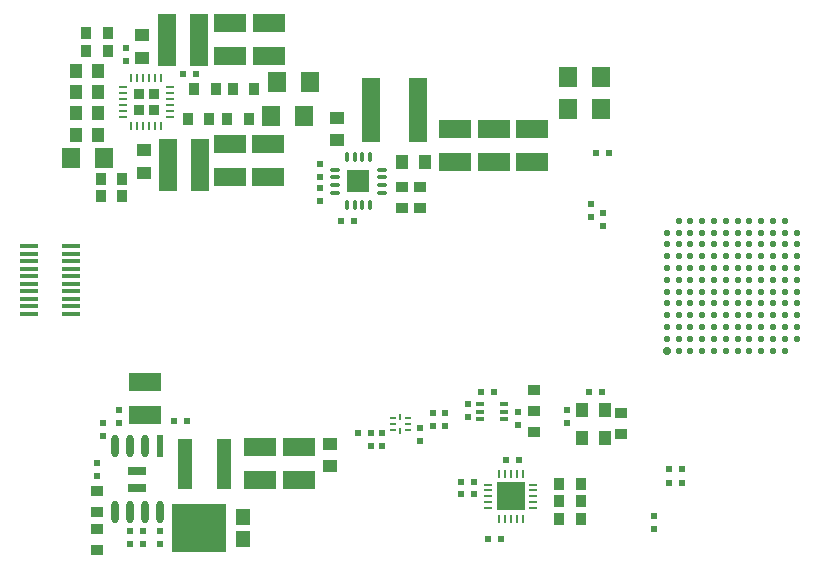
<source format=gtp>
G04*
G04 #@! TF.GenerationSoftware,Altium Limited,Altium Designer,18.0.11 (651)*
G04*
G04 Layer_Color=8421504*
%FSLAX44Y44*%
%MOMM*%
G71*
G01*
G75*
%ADD17R,0.9000X0.9000*%
%ADD18R,0.9000X0.9160*%
%ADD19R,0.9000X0.9000*%
%ADD20R,1.6000X0.7000*%
%ADD21R,1.6000X0.7000*%
%ADD22R,0.6000X0.6000*%
%ADD23R,0.6000X0.6000*%
%ADD24R,1.0000X0.9000*%
%ADD25R,1.5000X5.5000*%
%ADD26R,0.7000X0.4000*%
%ADD27R,1.1000X1.3000*%
G04:AMPARAMS|DCode=28|XSize=0.6mm|YSize=0.6mm|CornerRadius=0.15mm|HoleSize=0mm|Usage=FLASHONLY|Rotation=0.000|XOffset=0mm|YOffset=0mm|HoleType=Round|Shape=RoundedRectangle|*
%AMROUNDEDRECTD28*
21,1,0.6000,0.3000,0,0,0.0*
21,1,0.3000,0.6000,0,0,0.0*
1,1,0.3000,0.1500,-0.1500*
1,1,0.3000,-0.1500,-0.1500*
1,1,0.3000,-0.1500,0.1500*
1,1,0.3000,0.1500,0.1500*
%
%ADD28ROUNDEDRECTD28*%
%ADD29C,0.5400*%
%ADD30R,2.4500X2.4500*%
%ADD31R,0.2500X0.6500*%
%ADD32R,0.6500X0.2500*%
%ADD33R,0.4900X0.1900*%
%ADD34R,0.1900X0.4900*%
%ADD35R,0.9000X1.0000*%
%ADD36R,1.6000X1.8000*%
%ADD37R,1.3000X1.0000*%
%ADD38R,1.6000X4.5000*%
%ADD39O,1.0000X0.3500*%
%ADD40O,0.3500X1.0000*%
%ADD41R,1.9500X1.9500*%
%ADD42R,1.0000X1.3000*%
%ADD43O,0.2500X0.8000*%
%ADD44O,0.8000X0.2500*%
%ADD45R,2.7000X1.6000*%
%ADD46R,1.2000X4.2000*%
%ADD47R,1.6000X0.4000*%
%ADD48R,1.6000X0.4000*%
%ADD49R,4.6500X4.1500*%
%ADD50R,1.1500X1.4500*%
%ADD51O,0.6000X1.9000*%
%ADD52R,0.6000X1.9000*%
D17*
X144749Y394377D02*
D03*
D18*
Y407457D02*
D03*
X157751Y394293D02*
D03*
D19*
X157750Y407374D02*
D03*
D20*
X143500Y74250D02*
D03*
D21*
X143750Y88750D02*
D03*
D22*
X581250Y39500D02*
D03*
Y50500D02*
D03*
X466250Y127500D02*
D03*
Y138500D02*
D03*
X423500Y145250D02*
D03*
Y134250D02*
D03*
X507500Y129500D02*
D03*
Y140500D02*
D03*
X351250Y109500D02*
D03*
Y120500D02*
D03*
X404500Y126500D02*
D03*
Y137500D02*
D03*
X341250Y109500D02*
D03*
Y120500D02*
D03*
X383500Y124500D02*
D03*
Y113500D02*
D03*
X538000Y296000D02*
D03*
Y307000D02*
D03*
X298000Y317500D02*
D03*
Y328500D02*
D03*
X134250Y435875D02*
D03*
Y446875D02*
D03*
X298000Y348500D02*
D03*
Y337500D02*
D03*
X163000Y27000D02*
D03*
Y38000D02*
D03*
X114500Y118000D02*
D03*
Y129000D02*
D03*
X527500Y314500D02*
D03*
Y303500D02*
D03*
X110000Y95000D02*
D03*
Y84000D02*
D03*
X394000Y126500D02*
D03*
Y137500D02*
D03*
X128000Y129000D02*
D03*
Y140000D02*
D03*
D23*
X341250Y120500D02*
D03*
X330250D02*
D03*
X445500Y155000D02*
D03*
X434500D02*
D03*
X417750Y68750D02*
D03*
X428750D02*
D03*
X467250Y97500D02*
D03*
X456250D02*
D03*
X593500Y78000D02*
D03*
X604500D02*
D03*
X593500Y90000D02*
D03*
X604500D02*
D03*
X537000Y155500D02*
D03*
X526000D02*
D03*
X532000Y357500D02*
D03*
X543000D02*
D03*
X327000Y299750D02*
D03*
X316000D02*
D03*
X182750Y424375D02*
D03*
X193750D02*
D03*
X137500Y38000D02*
D03*
X148500D02*
D03*
X428750Y79250D02*
D03*
X417750D02*
D03*
X185500Y130500D02*
D03*
X174500D02*
D03*
X148500Y27000D02*
D03*
X137500D02*
D03*
X451500Y31250D02*
D03*
X440500D02*
D03*
D24*
X368000Y311250D02*
D03*
Y329250D02*
D03*
X383326Y329171D02*
D03*
Y311171D02*
D03*
X480000Y121250D02*
D03*
Y139250D02*
D03*
X553000Y138000D02*
D03*
Y120000D02*
D03*
X480000Y139250D02*
D03*
Y157250D02*
D03*
X110000Y71500D02*
D03*
Y53500D02*
D03*
X110000Y39500D02*
D03*
Y21500D02*
D03*
D25*
X341250Y394500D02*
D03*
X381250D02*
D03*
D26*
X434000Y145250D02*
D03*
Y138750D02*
D03*
X454000Y145250D02*
D03*
Y138750D02*
D03*
Y132250D02*
D03*
X434000D02*
D03*
D27*
X539500Y139750D02*
D03*
X520500D02*
D03*
Y116750D02*
D03*
X539500D02*
D03*
D28*
X591950Y190350D02*
D03*
D29*
X601950D02*
D03*
X611950D02*
D03*
X621950D02*
D03*
X631950D02*
D03*
X641950D02*
D03*
X651950D02*
D03*
X661950D02*
D03*
X671950D02*
D03*
X681950D02*
D03*
X691950D02*
D03*
X591950Y200350D02*
D03*
X601950D02*
D03*
X611950D02*
D03*
X621950D02*
D03*
X631950D02*
D03*
X641950D02*
D03*
X651950D02*
D03*
X661950D02*
D03*
X671950D02*
D03*
X681950D02*
D03*
X691950D02*
D03*
X701950D02*
D03*
X591950Y210350D02*
D03*
X601950D02*
D03*
X611950D02*
D03*
X621950D02*
D03*
X631950D02*
D03*
X641950D02*
D03*
X651950D02*
D03*
X661950D02*
D03*
X671950D02*
D03*
X681950D02*
D03*
X691950D02*
D03*
X701950D02*
D03*
X591950Y220350D02*
D03*
X601950D02*
D03*
X611950D02*
D03*
X621950D02*
D03*
X631950D02*
D03*
X641950D02*
D03*
X651950D02*
D03*
X661950D02*
D03*
X671950D02*
D03*
X681950D02*
D03*
X691950D02*
D03*
X701950D02*
D03*
X591950Y230350D02*
D03*
X601950D02*
D03*
X611950D02*
D03*
X621950D02*
D03*
X631950D02*
D03*
X641950D02*
D03*
X651950D02*
D03*
X661950D02*
D03*
X671950D02*
D03*
X681950D02*
D03*
X691950D02*
D03*
X701950D02*
D03*
X591950Y240350D02*
D03*
X601950D02*
D03*
X611950D02*
D03*
X621950D02*
D03*
X631950D02*
D03*
X641950D02*
D03*
X651950D02*
D03*
X661950D02*
D03*
X671950D02*
D03*
X681950D02*
D03*
X691950D02*
D03*
X701950D02*
D03*
X591950Y250350D02*
D03*
X601950D02*
D03*
X611950D02*
D03*
X621950D02*
D03*
X631950D02*
D03*
X641950D02*
D03*
X651950D02*
D03*
X661950D02*
D03*
X671950D02*
D03*
X681950D02*
D03*
X691950D02*
D03*
X701950D02*
D03*
X591950Y260350D02*
D03*
X601950D02*
D03*
X611950D02*
D03*
X621950D02*
D03*
X631950D02*
D03*
X641950D02*
D03*
X651950D02*
D03*
X661950D02*
D03*
X671950D02*
D03*
X681950D02*
D03*
X691950D02*
D03*
X701950D02*
D03*
X591950Y270350D02*
D03*
X601950D02*
D03*
X611950D02*
D03*
X621950D02*
D03*
X631950D02*
D03*
X641950D02*
D03*
X651950D02*
D03*
X661950D02*
D03*
X671950D02*
D03*
X681950D02*
D03*
X691950D02*
D03*
X701950D02*
D03*
X591950Y280350D02*
D03*
X601950D02*
D03*
X611950D02*
D03*
X621950D02*
D03*
X631950D02*
D03*
X641950D02*
D03*
X651950D02*
D03*
X661950D02*
D03*
X671950D02*
D03*
X681950D02*
D03*
X691950D02*
D03*
X701950D02*
D03*
X591950Y290350D02*
D03*
X601950D02*
D03*
X611950D02*
D03*
X621950D02*
D03*
X631950D02*
D03*
X641950D02*
D03*
X651950D02*
D03*
X661950D02*
D03*
X671950D02*
D03*
X681950D02*
D03*
X691950D02*
D03*
X701950D02*
D03*
X601950Y300350D02*
D03*
X611950D02*
D03*
X621950D02*
D03*
X631950D02*
D03*
X641950D02*
D03*
X651950D02*
D03*
X661950D02*
D03*
X671950D02*
D03*
X681950D02*
D03*
X691950D02*
D03*
D30*
X460000Y67000D02*
D03*
D31*
X450000Y86000D02*
D03*
X455000D02*
D03*
X460000D02*
D03*
X465000D02*
D03*
X470000D02*
D03*
Y48000D02*
D03*
X465000D02*
D03*
X460000D02*
D03*
X455000D02*
D03*
X450000D02*
D03*
D32*
X479000Y77000D02*
D03*
Y72000D02*
D03*
Y67000D02*
D03*
Y62000D02*
D03*
Y57000D02*
D03*
X441000D02*
D03*
Y62000D02*
D03*
Y67000D02*
D03*
Y72000D02*
D03*
Y77000D02*
D03*
D33*
X360500Y128500D02*
D03*
Y123500D02*
D03*
X372500Y133500D02*
D03*
Y128500D02*
D03*
Y123500D02*
D03*
X360500Y133500D02*
D03*
D34*
X366500Y122500D02*
D03*
Y134500D02*
D03*
D35*
X519000Y62750D02*
D03*
X501000D02*
D03*
X519000Y77500D02*
D03*
X501000D02*
D03*
X519000Y48000D02*
D03*
X501000D02*
D03*
X204500Y386250D02*
D03*
X186500D02*
D03*
X220000D02*
D03*
X238000D02*
D03*
X210000Y412000D02*
D03*
X192000D02*
D03*
X118500Y444500D02*
D03*
X100500D02*
D03*
X118500Y459000D02*
D03*
X100500D02*
D03*
X224500Y412000D02*
D03*
X242500D02*
D03*
X131000Y335500D02*
D03*
X113000D02*
D03*
X131000Y321000D02*
D03*
X113000D02*
D03*
D36*
X508000Y395000D02*
D03*
X536000D02*
D03*
X115500Y353500D02*
D03*
X87500D02*
D03*
X508000Y422000D02*
D03*
X536000D02*
D03*
X256750Y389000D02*
D03*
X284750D02*
D03*
X261750Y418000D02*
D03*
X289750D02*
D03*
D37*
X307000Y111500D02*
D03*
Y92500D02*
D03*
X149750Y340875D02*
D03*
Y359875D02*
D03*
X147750Y457375D02*
D03*
Y438375D02*
D03*
X313000Y387500D02*
D03*
Y368500D02*
D03*
D38*
X196750Y347375D02*
D03*
X169750D02*
D03*
X168750Y453375D02*
D03*
X195750D02*
D03*
D39*
X351000Y330750D02*
D03*
Y324250D02*
D03*
Y337250D02*
D03*
Y343750D02*
D03*
X311000D02*
D03*
Y337250D02*
D03*
Y330750D02*
D03*
Y324250D02*
D03*
D40*
X340750Y354000D02*
D03*
X334250D02*
D03*
X327750D02*
D03*
X321250D02*
D03*
X334250Y314000D02*
D03*
X327750D02*
D03*
X321250D02*
D03*
X340750D02*
D03*
D41*
X331000Y334000D02*
D03*
D42*
X110750Y409375D02*
D03*
X91750D02*
D03*
Y427375D02*
D03*
X110750D02*
D03*
Y391375D02*
D03*
X91750D02*
D03*
X368000Y350000D02*
D03*
X387000D02*
D03*
X91750Y373375D02*
D03*
X110750D02*
D03*
D43*
X138750Y380875D02*
D03*
X143750D02*
D03*
X148750D02*
D03*
X153750D02*
D03*
X158750D02*
D03*
X163750D02*
D03*
Y420875D02*
D03*
X158750D02*
D03*
X153750D02*
D03*
X148750D02*
D03*
X143750D02*
D03*
X138750D02*
D03*
D44*
X171250Y388375D02*
D03*
Y393375D02*
D03*
Y398375D02*
D03*
Y403375D02*
D03*
Y408375D02*
D03*
Y413375D02*
D03*
X131250D02*
D03*
Y408375D02*
D03*
Y403375D02*
D03*
Y398375D02*
D03*
Y393375D02*
D03*
Y388375D02*
D03*
D45*
X222250Y365375D02*
D03*
Y337375D02*
D03*
Y439500D02*
D03*
Y467500D02*
D03*
X150000Y163500D02*
D03*
Y135500D02*
D03*
X254250Y365500D02*
D03*
Y337500D02*
D03*
X255000Y439500D02*
D03*
Y467500D02*
D03*
X413000Y350000D02*
D03*
Y378000D02*
D03*
X445500Y350000D02*
D03*
Y378000D02*
D03*
X477500Y350000D02*
D03*
Y378000D02*
D03*
X247500Y80700D02*
D03*
Y108700D02*
D03*
X280500Y80700D02*
D03*
Y108700D02*
D03*
D46*
X217500Y94500D02*
D03*
X184500D02*
D03*
D47*
X88000Y278575D02*
D03*
X52000D02*
D03*
X88000Y272225D02*
D03*
X52000D02*
D03*
X88000Y265875D02*
D03*
X52000D02*
D03*
X88000Y259525D02*
D03*
X52000D02*
D03*
X88000Y253175D02*
D03*
X52000D02*
D03*
D48*
X88000Y246825D02*
D03*
X52000D02*
D03*
X88000Y240475D02*
D03*
X52000D02*
D03*
X88000Y234125D02*
D03*
X52000D02*
D03*
X88000Y227775D02*
D03*
X52000D02*
D03*
Y221425D02*
D03*
X88000D02*
D03*
D49*
X196000Y40500D02*
D03*
D50*
X233500Y49699D02*
D03*
Y31301D02*
D03*
D51*
X124950Y53700D02*
D03*
X137650D02*
D03*
X150350D02*
D03*
X163050D02*
D03*
X124950Y109300D02*
D03*
X137650D02*
D03*
X150350D02*
D03*
D52*
X163050D02*
D03*
M02*

</source>
